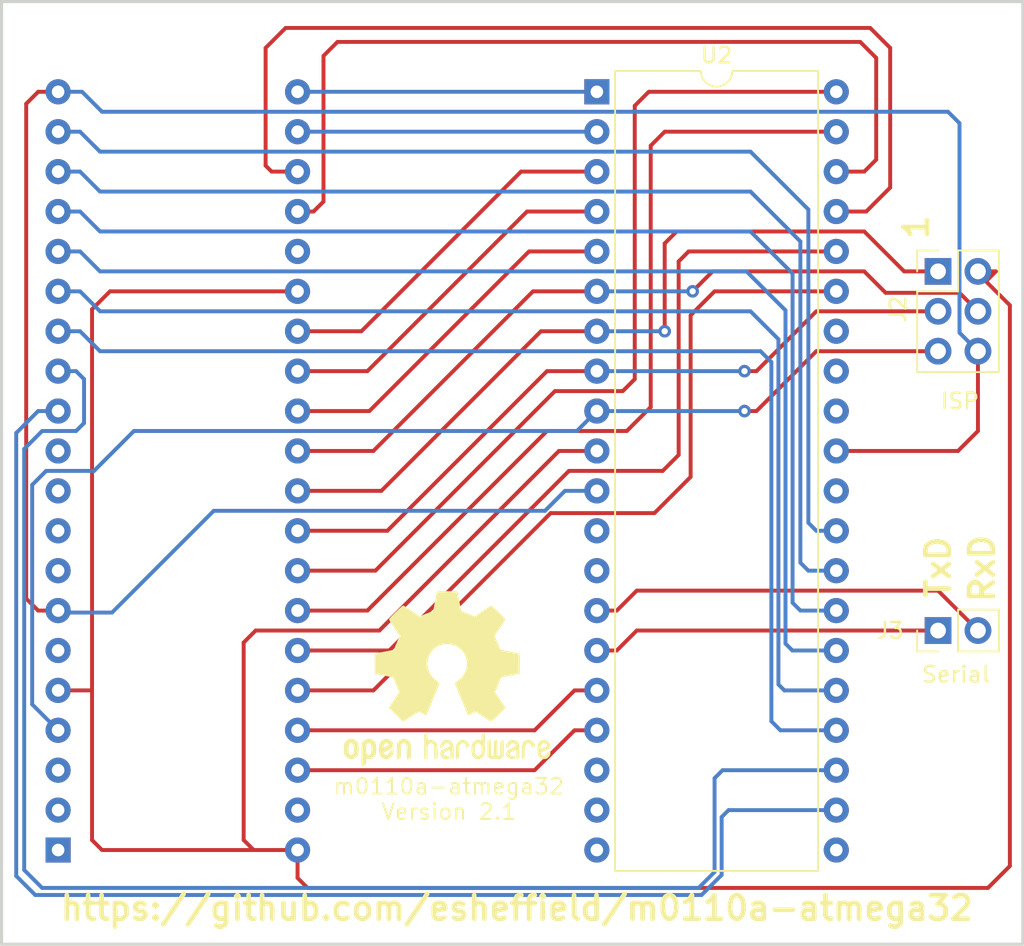
<source format=kicad_pcb>
(kicad_pcb (version 20221018) (generator pcbnew)
  (layers (0 "F.Cu" signal) (31 "B.Cu" signal) (34 "B.Paste" user) (35 "F.Paste" user) (36 "B.SilkS" user "B.Silkscreen") (37 "F.SilkS" user "F.Silkscreen") (38 "B.Mask" user) (39 "F.Mask" user) (44 "Edge.Cuts" user))
  (net 0 "")
  (net 1 "GNDREF")
  (net 5 "RESET")
  (net 6 "+5V")
  (net 12 "/COL7")
  (net 13 "/COL6")
  (net 14 "/COL5")
  (net 15 "/COL4")
  (net 16 "/COL3")
  (net 17 "/COL2")
  (net 18 "/COL1")
  (net 19 "/COL0")
  (net 20 "/ROW0")
  (net 21 "/ROW1")
  (net 22 "/SHIFT")
  (net 23 "/LOCK")
  (net 25 "/ROW2")
  (net 26 "/ROW3")
  (net 27 "/ROW4")
  (net 28 "/ROW5")
  (net 29 "/ROW6")
  (net 30 "/ROW7")
  (net 31 "/ROW8")
  (net 32 "/ROW9")
  (net 33 "/OPT")
  (net 34 "/CMD")
  (net 35 "/KB_CLK")
  (net 36 "/KB_DATA")
  (net 38 "/TXD")
  (net 39 "/RXD")
  (footprint "Package_DIP:DIP-40_W15.24mm" (layer "F.Cu") (at 127.889 70.231)
    (fp_text reference "U2" (at 7.62 -2.33) (layer "F.SilkS"))
    (fp_text value "ATmega32A-M")
    (pad "1" thru_hole rect (at 0 0) (size 1.6 1.6) (drill 0.8) (layers "*.Cu" "*.Mask") (net 20 "/ROW0"))
    (pad "2" thru_hole oval (at 0 2.54) (size 1.6 1.6) (drill 0.8) (layers "*.Cu" "*.Mask") (net 21 "/ROW1"))
    (pad "3" thru_hole oval (at 0 5.08) (size 1.6 1.6) (drill 0.8) (layers "*.Cu" "*.Mask") (net 25 "/ROW2"))
    (pad "4" thru_hole oval (at 0 7.62) (size 1.6 1.6) (drill 0.8) (layers "*.Cu" "*.Mask") (net 26 "/ROW3"))
    (pad "5" thru_hole oval (at 0 10.16) (size 1.6 1.6) (drill 0.8) (layers "*.Cu" "*.Mask") (net 27 "/ROW4"))
    (pad "6" thru_hole oval (at 0 12.7) (size 1.6 1.6) (drill 0.8) (layers "*.Cu" "*.Mask") (net 28 "/ROW5"))
    (pad "7" thru_hole oval (at 0 15.24) (size 1.6 1.6) (drill 0.8) (layers "*.Cu" "*.Mask") (net 29 "/ROW6"))
    (pad "8" thru_hole oval (at 0 17.78) (size 1.6 1.6) (drill 0.8) (layers "*.Cu" "*.Mask") (net 30 "/ROW7"))
    (pad "9" thru_hole oval (at 0 20.32) (size 1.6 1.6) (drill 0.8) (layers "*.Cu" "*.Mask") (net 5 "RESET"))
    (pad "10" thru_hole oval (at 0 22.86) (size 1.6 1.6) (drill 0.8) (layers "*.Cu" "*.Mask") (net 6 "+5V"))
    (pad "11" thru_hole oval (at 0 25.4) (size 1.6 1.6) (drill 0.8) (layers "*.Cu" "*.Mask") (net 1 "GNDREF"))
    (pad "12" thru_hole oval (at 0 27.94) (size 1.6 1.6) (drill 0.8) (layers "*.Cu" "*.Mask"))
    (pad "13" thru_hole oval (at 0 30.48) (size 1.6 1.6) (drill 0.8) (layers "*.Cu" "*.Mask"))
    (pad "14" thru_hole oval (at 0 33.02) (size 1.6 1.6) (drill 0.8) (layers "*.Cu" "*.Mask") (net 39 "/RXD"))
    (pad "15" thru_hole oval (at 0 35.56) (size 1.6 1.6) (drill 0.8) (layers "*.Cu" "*.Mask") (net 38 "/TXD"))
    (pad "16" thru_hole oval (at 0 38.1) (size 1.6 1.6) (drill 0.8) (layers "*.Cu" "*.Mask") (net 35 "/KB_CLK"))
    (pad "17" thru_hole oval (at 0 40.64) (size 1.6 1.6) (drill 0.8) (layers "*.Cu" "*.Mask") (net 36 "/KB_DATA"))
    (pad "18" thru_hole oval (at 0 43.18) (size 1.6 1.6) (drill 0.8) (layers "*.Cu" "*.Mask"))
    (pad "19" thru_hole oval (at 0 45.72) (size 1.6 1.6) (drill 0.8) (layers "*.Cu" "*.Mask"))
    (pad "20" thru_hole oval (at 0 48.26) (size 1.6 1.6) (drill 0.8) (layers "*.Cu" "*.Mask"))
    (pad "21" thru_hole oval (at 15.24 48.26) (size 1.6 1.6) (drill 0.8) (layers "*.Cu" "*.Mask"))
    (pad "22" thru_hole oval (at 15.24 45.72) (size 1.6 1.6) (drill 0.8) (layers "*.Cu" "*.Mask") (net 12 "/COL7"))
    (pad "23" thru_hole oval (at 15.24 43.18) (size 1.6 1.6) (drill 0.8) (layers "*.Cu" "*.Mask") (net 13 "/COL6"))
    (pad "24" thru_hole oval (at 15.24 40.64) (size 1.6 1.6) (drill 0.8) (layers "*.Cu" "*.Mask") (net 14 "/COL5"))
    (pad "25" thru_hole oval (at 15.24 38.1) (size 1.6 1.6) (drill 0.8) (layers "*.Cu" "*.Mask") (net 15 "/COL4"))
    (pad "26" thru_hole oval (at 15.24 35.56) (size 1.6 1.6) (drill 0.8) (layers "*.Cu" "*.Mask") (net 16 "/COL3"))
    (pad "27" thru_hole oval (at 15.24 33.02) (size 1.6 1.6) (drill 0.8) (layers "*.Cu" "*.Mask") (net 17 "/COL2"))
    (pad "28" thru_hole oval (at 15.24 30.48) (size 1.6 1.6) (drill 0.8) (layers "*.Cu" "*.Mask") (net 18 "/COL1"))
    (pad "29" thru_hole oval (at 15.24 27.94) (size 1.6 1.6) (drill 0.8) (layers "*.Cu" "*.Mask") (net 19 "/COL0"))
    (pad "30" thru_hole oval (at 15.24 25.4) (size 1.6 1.6) (drill 0.8) (layers "*.Cu" "*.Mask"))
    (pad "31" thru_hole oval (at 15.24 22.86) (size 1.6 1.6) (drill 0.8) (layers "*.Cu" "*.Mask") (net 1 "GNDREF"))
    (pad "32" thru_hole oval (at 15.24 20.32) (size 1.6 1.6) (drill 0.8) (layers "*.Cu" "*.Mask"))
    (pad "33" thru_hole oval (at 15.24 17.78) (size 1.6 1.6) (drill 0.8) (layers "*.Cu" "*.Mask"))
    (pad "34" thru_hole oval (at 15.24 15.24) (size 1.6 1.6) (drill 0.8) (layers "*.Cu" "*.Mask"))
    (pad "35" thru_hole oval (at 15.24 12.7) (size 1.6 1.6) (drill 0.8) (layers "*.Cu" "*.Mask") (net 34 "/CMD"))
    (pad "36" thru_hole oval (at 15.24 10.16) (size 1.6 1.6) (drill 0.8) (layers "*.Cu" "*.Mask") (net 33 "/OPT"))
    (pad "37" thru_hole oval (at 15.24 7.62) (size 1.6 1.6) (drill 0.8) (layers "*.Cu" "*.Mask") (net 22 "/SHIFT"))
    (pad "38" thru_hole oval (at 15.24 5.08) (size 1.6 1.6) (drill 0.8) (layers "*.Cu" "*.Mask") (net 23 "/LOCK"))
    (pad "39" thru_hole oval (at 15.24 2.54) (size 1.6 1.6) (drill 0.8) (layers "*.Cu" "*.Mask") (net 32 "/ROW9"))
    (pad "40" thru_hole oval (at 15.24 0) (size 1.6 1.6) (drill 0.8) (layers "*.Cu" "*.Mask") (net 31 "/ROW8"))
  )
  (footprint "Connector_PinHeader_2.54mm:PinHeader_2x03_P2.54mm_Vertical" (layer "F.Cu") (at 149.606 81.661)
    (fp_text reference "J2" (at -2.54 2.413 90) (layer "F.SilkS"))
    (fp_text value "ISP" (at 1.397 8.255) (layer "F.SilkS"))
    (pad "1" thru_hole rect (at 0 0) (size 1.7 1.7) (drill 1) (layers "*.Cu" "*.Mask") (net 29 "/ROW6"))
    (pad "2" thru_hole oval (at 2.54 0) (size 1.7 1.7) (drill 1) (layers "*.Cu" "*.Mask") (net 6 "+5V"))
    (pad "3" thru_hole oval (at 0 2.54) (size 1.7 1.7) (drill 1) (layers "*.Cu" "*.Mask") (net 30 "/ROW7"))
    (pad "4" thru_hole oval (at 2.54 2.54) (size 1.7 1.7) (drill 1) (layers "*.Cu" "*.Mask") (net 28 "/ROW5"))
    (pad "5" thru_hole oval (at 0 5.08) (size 1.7 1.7) (drill 1) (layers "*.Cu" "*.Mask") (net 5 "RESET"))
    (pad "6" thru_hole oval (at 2.54 5.08) (size 1.7 1.7) (drill 1) (layers "*.Cu" "*.Mask") (net 1 "GNDREF"))
  )
  (footprint "Symbol:OSHW-Logo2_14.6x12mm_SilkScreen" (layer "F.Cu") (at 118.364 107.569)
    (fp_text reference "REF**" hide)
    (fp_text value "OSHW-Logo2_14.6x12mm_SilkScreen" hide)
  )
  (footprint "Connector_PinHeader_2.54mm:PinHeader_1x02_P2.54mm_Vertical" (layer "F.Cu") (at 149.606 104.521 90)
    (fp_text reference "J3" (at 0 -3.048 180) (layer "F.SilkS"))
    (fp_text value "Serial" (at -2.794 1.143 180) (layer "F.SilkS"))
    (pad "1" thru_hole rect (at 0 0 90) (size 1.7 1.7) (drill 1) (layers "*.Cu" "*.Mask") (net 38 "/TXD"))
    (pad "2" thru_hole oval (at 0 2.54 90) (size 1.7 1.7) (drill 1) (layers "*.Cu" "*.Mask") (net 39 "/RXD"))
  )
  (footprint "m0110a:Header_2.54_W15.24mm" (layer "B.Cu") (at 93.599 118.491)
    (fp_text reference "J1" hide)
    (fp_text value "Conn_01x40_Pin")
    (pad "1" thru_hole rect (at 0 0) (size 1.6 1.6) (drill 0.8) (layers "*.Cu" "*.Mask"))
    (pad "2" thru_hole oval (at 0 -2.54) (size 1.6 1.6) (drill 0.8) (layers "*.Cu" "*.Mask"))
    (pad "3" thru_hole oval (at 0 -5.08) (size 1.6 1.6) (drill 0.8) (layers "*.Cu" "*.Mask"))
    (pad "4" thru_hole oval (at 0 -7.62) (size 1.6 1.6) (drill 0.8) (layers "*.Cu" "*.Mask") (net 5 "RESET"))
    (pad "5" thru_hole oval (at 0 -10.16) (size 1.6 1.6) (drill 0.8) (layers "*.Cu" "*.Mask") (net 6 "+5V"))
    (pad "6" thru_hole oval (at 0 -12.7) (size 1.6 1.6) (drill 0.8) (layers "*.Cu" "*.Mask"))
    (pad "7" thru_hole oval (at 0 -15.24) (size 1.6 1.6) (drill 0.8) (layers "*.Cu" "*.Mask") (net 1 "GNDREF"))
    (pad "8" thru_hole oval (at 0 -17.78) (size 1.6 1.6) (drill 0.8) (layers "*.Cu" "*.Mask"))
    (pad "9" thru_hole oval (at 0 -20.32) (size 1.6 1.6) (drill 0.8) (layers "*.Cu" "*.Mask"))
    (pad "10" thru_hole oval (at 0 -22.86) (size 1.6 1.6) (drill 0.8) (layers "*.Cu" "*.Mask"))
    (pad "11" thru_hole oval (at 0 -25.4) (size 1.6 1.6) (drill 0.8) (layers "*.Cu" "*.Mask"))
    (pad "12" thru_hole oval (at 0 -27.94) (size 1.6 1.6) (drill 0.8) (layers "*.Cu" "*.Mask") (net 12 "/COL7"))
    (pad "13" thru_hole oval (at 0 -30.48) (size 1.6 1.6) (drill 0.8) (layers "*.Cu" "*.Mask") (net 13 "/COL6"))
    (pad "14" thru_hole oval (at 0 -33.02) (size 1.6 1.6) (drill 0.8) (layers "*.Cu" "*.Mask") (net 14 "/COL5"))
    (pad "15" thru_hole oval (at 0 -35.56) (size 1.6 1.6) (drill 0.8) (layers "*.Cu" "*.Mask") (net 15 "/COL4"))
    (pad "16" thru_hole oval (at 0 -38.1) (size 1.6 1.6) (drill 0.8) (layers "*.Cu" "*.Mask") (net 16 "/COL3"))
    (pad "17" thru_hole oval (at 0 -40.64) (size 1.6 1.6) (drill 0.8) (layers "*.Cu" "*.Mask") (net 17 "/COL2"))
    (pad "18" thru_hole oval (at 0 -43.18) (size 1.6 1.6) (drill 0.8) (layers "*.Cu" "*.Mask") (net 18 "/COL1"))
    (pad "19" thru_hole oval (at 0 -45.72) (size 1.6 1.6) (drill 0.8) (layers "*.Cu" "*.Mask") (net 19 "/COL0"))
    (pad "20" thru_hole oval (at 0 -48.26) (size 1.6 1.6) (drill 0.8) (layers "*.Cu" "*.Mask") (net 1 "GNDREF"))
    (pad "21" thru_hole oval (at 15.24 -48.26) (size 1.6 1.6) (drill 0.8) (layers "*.Cu" "*.Mask") (net 20 "/ROW0"))
    (pad "22" thru_hole oval (at 15.24 -45.72) (size 1.6 1.6) (drill 0.8) (layers "*.Cu" "*.Mask") (net 21 "/ROW1"))
    (pad "23" thru_hole oval (at 15.24 -43.18) (size 1.6 1.6) (drill 0.8) (layers "*.Cu" "*.Mask") (net 22 "/SHIFT"))
    (pad "24" thru_hole oval (at 15.24 -40.64) (size 1.6 1.6) (drill 0.8) (layers "*.Cu" "*.Mask") (net 23 "/LOCK"))
    (pad "25" thru_hole oval (at 15.24 -38.1) (size 1.6 1.6) (drill 0.8) (layers "*.Cu" "*.Mask"))
    (pad "26" thru_hole oval (at 15.24 -35.56) (size 1.6 1.6) (drill 0.8) (layers "*.Cu" "*.Mask") (net 6 "+5V"))
    (pad "27" thru_hole oval (at 15.24 -33.02) (size 1.6 1.6) (drill 0.8) (layers "*.Cu" "*.Mask") (net 25 "/ROW2"))
    (pad "28" thru_hole oval (at 15.24 -30.48) (size 1.6 1.6) (drill 0.8) (layers "*.Cu" "*.Mask") (net 26 "/ROW3"))
    (pad "29" thru_hole oval (at 15.24 -27.94) (size 1.6 1.6) (drill 0.8) (layers "*.Cu" "*.Mask") (net 27 "/ROW4"))
    (pad "30" thru_hole oval (at 15.24 -25.4) (size 1.6 1.6) (drill 0.8) (layers "*.Cu" "*.Mask") (net 28 "/ROW5"))
    (pad "31" thru_hole oval (at 15.24 -22.86) (size 1.6 1.6) (drill 0.8) (layers "*.Cu" "*.Mask") (net 29 "/ROW6"))
    (pad "32" thru_hole oval (at 15.24 -20.32) (size 1.6 1.6) (drill 0.8) (layers "*.Cu" "*.Mask") (net 30 "/ROW7"))
    (pad "33" thru_hole oval (at 15.24 -17.78) (size 1.6 1.6) (drill 0.8) (layers "*.Cu" "*.Mask") (net 31 "/ROW8"))
    (pad "34" thru_hole oval (at 15.24 -15.24) (size 1.6 1.6) (drill 0.8) (layers "*.Cu" "*.Mask") (net 32 "/ROW9"))
    (pad "35" thru_hole oval (at 15.24 -12.7) (size 1.6 1.6) (drill 0.8) (layers "*.Cu" "*.Mask") (net 33 "/OPT"))
    (pad "36" thru_hole oval (at 15.24 -10.16) (size 1.6 1.6) (drill 0.8) (layers "*.Cu" "*.Mask") (net 34 "/CMD"))
    (pad "37" thru_hole oval (at 15.24 -7.62) (size 1.6 1.6) (drill 0.8) (layers "*.Cu" "*.Mask") (net 35 "/KB_CLK"))
    (pad "38" thru_hole oval (at 15.24 -5.08) (size 1.6 1.6) (drill 0.8) (layers "*.Cu" "*.Mask") (net 36 "/KB_DATA"))
    (pad "39" thru_hole oval (at 15.24 -2.54) (size 1.6 1.6) (drill 0.8) (layers "*.Cu" "*.Mask"))
    (pad "40" thru_hole oval (at 15.24 0) (size 1.6 1.6) (drill 0.8) (layers "*.Cu" "*.Mask") (net 6 "+5V"))
  )
  (gr_rect (start 90 64.488) (end 155 124.488) (stroke (width 0.2)) (fill none) (layer "Edge.Cuts"))
  (gr_text "1" (at 149.098 79.756 90) (layer "F.SilkS") (effects (font (size 1.5 1.5) (thickness 0.3) bold) (justify left bottom)))
  (gr_text "TxD" (at 150.495 102.616 90) (layer "F.SilkS") (effects (font (size 1.5 1.5) (thickness 0.3) bold) (justify left bottom)))
  (gr_text "https://github.com/esheffield/m0110a-atmega32" (at 93.599 123.063) (layer "F.SilkS") (effects (font (size 1.5 1.5) (thickness 0.3) bold) (justify left bottom)))
  (gr_text "m0110a-atmega32\nVersion 2.1" (at 118.4656 116.6368) (layer "F.SilkS") (effects (font (size 1 1) (thickness 0.125)) (justify bottom)))
  (gr_text "RxD" (at 153.289 102.87 90) (layer "F.SilkS") (effects (font (size 1.5 1.5) (thickness 0.3) bold) (justify left bottom)))
  (segment (start 93.599 70.231) (end 92.329 70.231) (width 0.25) (layer "F.Cu") (net 1))
  (segment (start 150.876 93.091) (end 152.146 91.821) (width 0.25) (layer "F.Cu") (net 1))
  (segment (start 152.146 91.821) (end 152.146 86.741) (width 0.25) (layer "F.Cu") (net 1))
  (segment (start 91.567 102.489) (end 92.329 103.251) (width 0.25) (layer "F.Cu") (net 1))
  (segment (start 92.329 103.251) (end 93.599 103.251) (width 0.25) (layer "F.Cu") (net 1))
  (segment (start 92.329 70.231) (end 91.567 70.993) (width 0.25) (layer "F.Cu") (net 1))
  (segment (start 91.567 70.993) (end 91.567 102.489) (width 0.25) (layer "F.Cu") (net 1))
  (segment (start 143.129 93.091) (end 150.876 93.091) (width 0.25) (layer "F.Cu") (net 1))
  (segment (start 150.971 85.566) (end 152.146 86.741) (width 0.25) (layer "B.Cu") (net 1))
  (segment (start 150.971 72.231) (end 150.971 85.566) (width 0.25) (layer "B.Cu") (net 1))
  (segment (start 93.599 103.251) (end 93.726 103.378) (width 0.25) (layer "B.Cu") (net 1))
  (segment (start 150.241 71.501) (end 150.971 72.231) (width 0.25) (layer "B.Cu") (net 1))
  (segment (start 97.028 103.378) (end 103.505 96.901) (width 0.25) (layer "B.Cu") (net 1))
  (segment (start 124.587 96.901) (end 125.857 95.631) (width 0.25) (layer "B.Cu") (net 1))
  (segment (start 95.123 70.231) (end 96.393 71.501) (width 0.25) (layer "B.Cu") (net 1))
  (segment (start 93.726 103.378) (end 97.028 103.378) (width 0.25) (layer "B.Cu") (net 1))
  (segment (start 103.505 96.901) (end 124.587 96.901) (width 0.25) (layer "B.Cu") (net 1))
  (segment (start 125.857 95.631) (end 127.889 95.631) (width 0.25) (layer "B.Cu") (net 1))
  (segment (start 96.393 71.501) (end 150.241 71.501) (width 0.25) (layer "B.Cu") (net 1))
  (segment (start 93.599 70.231) (end 95.123 70.231) (width 0.25) (layer "B.Cu") (net 1))
  (segment (start 138.049 90.551) (end 141.859 86.741) (width 0.25) (layer "F.Cu") (net 5))
  (segment (start 141.859 86.741) (end 149.606 86.741) (width 0.25) (layer "F.Cu") (net 5))
  (segment (start 137.287 90.551) (end 138.049 90.551) (width 0.25) (layer "F.Cu") (net 5))
  (via (at 137.287 90.551) (size 0.8) (drill 0.4) (layers "F.Cu" "B.Cu") (net 5))
  (segment (start 93.599 110.871) (end 91.948 109.22) (width 0.25) (layer "B.Cu") (net 5))
  (segment (start 127.889 90.551) (end 137.287 90.551) (width 0.25) (layer "B.Cu") (net 5))
  (segment (start 91.948 95.25) (end 92.837 94.361) (width 0.25) (layer "B.Cu") (net 5))
  (segment (start 91.948 109.22) (end 91.948 95.25) (width 0.25) (layer "B.Cu") (net 5))
  (segment (start 126.619 91.821) (end 127.889 90.551) (width 0.25) (layer "B.Cu") (net 5))
  (segment (start 92.837 94.361) (end 95.885 94.361) (width 0.25) (layer "B.Cu") (net 5))
  (segment (start 95.885 94.361) (end 98.425 91.821) (width 0.25) (layer "B.Cu") (net 5))
  (segment (start 98.425 91.821) (end 126.619 91.821) (width 0.25) (layer "B.Cu") (net 5))
  (segment (start 96.393 118.491) (end 95.758 117.856) (width 0.25) (layer "F.Cu") (net 6))
  (segment (start 154.178 119.507) (end 152.781 120.904) (width 0.25) (layer "F.Cu") (net 6))
  (segment (start 114.046 104.521) (end 106.172 104.521) (width 0.25) (layer "F.Cu") (net 6))
  (segment (start 95.758 84.074) (end 95.758 108.331) (width 0.25) (layer "F.Cu") (net 6))
  (segment (start 153.289 81.661) (end 152.654 82.296) (width 0.25) (layer "F.Cu") (net 6))
  (segment (start 125.476 93.091) (end 114.046 104.521) (width 0.25) (layer "F.Cu") (net 6))
  (segment (start 105.41 117.856) (end 106.045 118.491) (width 0.25) (layer "F.Cu") (net 6))
  (segment (start 109.474 120.904) (end 108.839 120.269) (width 0.25) (layer "F.Cu") (net 6))
  (segment (start 108.839 120.269) (end 108.839 118.491) (width 0.25) (layer "F.Cu") (net 6))
  (segment (start 95.758 117.856) (end 95.758 108.331) (width 0.25) (layer "F.Cu") (net 6))
  (segment (start 95.758 108.331) (end 93.599 108.331) (width 0.25) (layer "F.Cu") (net 6))
  (segment (start 106.045 118.491) (end 108.839 118.491) (width 0.25) (layer "F.Cu") (net 6))
  (segment (start 152.146 81.661) (end 153.289 81.661) (width 0.25) (layer "F.Cu") (net 6))
  (segment (start 152.654 82.296) (end 154.178 83.82) (width 0.25) (layer "F.Cu") (net 6))
  (segment (start 108.839 82.931) (end 96.901 82.931) (width 0.25) (layer "F.Cu") (net 6))
  (segment (start 96.901 82.931) (end 95.758 84.074) (width 0.25) (layer "F.Cu") (net 6))
  (segment (start 106.045 118.491) (end 96.393 118.491) (width 0.25) (layer "F.Cu") (net 6))
  (segment (start 154.178 83.82) (end 154.178 119.507) (width 0.25) (layer "F.Cu") (net 6))
  (segment (start 152.781 120.904) (end 109.474 120.904) (width 0.25) (layer "F.Cu") (net 6))
  (segment (start 105.41 105.283) (end 105.41 117.856) (width 0.25) (layer "F.Cu") (net 6))
  (segment (start 106.172 104.521) (end 105.41 105.283) (width 0.25) (layer "F.Cu") (net 6))
  (segment (start 127.889 93.091) (end 125.476 93.091) (width 0.25) (layer "F.Cu") (net 6))
  (segment (start 92.144 121.354) (end 90.932 120.142) (width 0.25) (layer "B.Cu") (net 12))
  (segment (start 92.329 90.551) (end 93.599 90.551) (width 0.25) (layer "B.Cu") (net 12))
  (segment (start 134.552396 121.354) (end 92.144 121.354) (width 0.25) (layer "B.Cu") (net 12))
  (segment (start 143.129 115.951) (end 136.271 115.951) (width 0.25) (layer "B.Cu") (net 12))
  (segment (start 90.932 120.142) (end 90.932 91.948) (width 0.25) (layer "B.Cu") (net 12))
  (segment (start 135.832 116.39) (end 135.832 120.074396) (width 0.25) (layer "B.Cu") (net 12))
  (segment (start 136.271 115.951) (end 135.832 116.39) (width 0.25) (layer "B.Cu") (net 12))
  (segment (start 90.932 91.948) (end 92.329 90.551) (width 0.25) (layer "B.Cu") (net 12))
  (segment (start 135.832 120.074396) (end 134.552396 121.354) (width 0.25) (layer "B.Cu") (net 12))
  (segment (start 92.583 91.821) (end 94.742 91.821) (width 0.25) (layer "B.Cu") (net 13))
  (segment (start 135.382 119.888) (end 134.366 120.904) (width 0.25) (layer "B.Cu") (net 13))
  (segment (start 91.44 92.964) (end 92.583 91.821) (width 0.25) (layer "B.Cu") (net 13))
  (segment (start 91.44 119.761) (end 91.44 92.964) (width 0.25) (layer "B.Cu") (net 13))
  (segment (start 135.89 113.411) (end 135.382 113.919) (width 0.25) (layer "B.Cu") (net 13))
  (segment (start 143.129 113.411) (end 135.89 113.411) (width 0.25) (layer "B.Cu") (net 13))
  (segment (start 135.382 113.919) (end 135.382 119.888) (width 0.25) (layer "B.Cu") (net 13))
  (segment (start 94.742 91.821) (end 95.25 91.313) (width 0.25) (layer "B.Cu") (net 13))
  (segment (start 95.25 91.313) (end 95.25 88.519) (width 0.25) (layer "B.Cu") (net 13))
  (segment (start 92.583 120.904) (end 91.44 119.761) (width 0.25) (layer "B.Cu") (net 13))
  (segment (start 94.742 88.011) (end 93.599 88.011) (width 0.25) (layer "B.Cu") (net 13))
  (segment (start 134.366 120.904) (end 92.583 120.904) (width 0.25) (layer "B.Cu") (net 13))
  (segment (start 95.25 88.519) (end 94.742 88.011) (width 0.25) (layer "B.Cu") (net 13))
  (segment (start 94.996 85.471) (end 96.266 86.741) (width 0.25) (layer "B.Cu") (net 14))
  (segment (start 93.599 85.471) (end 94.996 85.471) (width 0.25) (layer "B.Cu") (net 14))
  (segment (start 138.996 110.294) (end 139.573 110.871) (width 0.25) (layer "B.Cu") (net 14))
  (segment (start 138.996 87.434) (end 138.996 110.294) (width 0.25) (layer "B.Cu") (net 14))
  (segment (start 139.573 110.871) (end 143.129 110.871) (width 0.25) (layer "B.Cu") (net 14))
  (segment (start 96.266 86.741) (end 138.303 86.741) (width 0.25) (layer "B.Cu") (net 14))
  (segment (start 138.303 86.741) (end 138.996 87.434) (width 0.25) (layer "B.Cu") (net 14))
  (segment (start 139.446 107.95) (end 139.446 85.979) (width 0.25) (layer "B.Cu") (net 15))
  (segment (start 96.266 84.201) (end 94.996 82.931) (width 0.25) (layer "B.Cu") (net 15))
  (segment (start 143.129 108.331) (end 139.827 108.331) (width 0.25) (layer "B.Cu") (net 15))
  (segment (start 139.446 85.979) (end 137.668 84.201) (width 0.25) (layer "B.Cu") (net 15))
  (segment (start 137.668 84.201) (end 96.266 84.201) (width 0.25) (layer "B.Cu") (net 15))
  (segment (start 94.996 82.931) (end 93.599 82.931) (width 0.25) (layer "B.Cu") (net 15))
  (segment (start 139.827 108.331) (end 139.446 107.95) (width 0.25) (layer "B.Cu") (net 15))
  (segment (start 94.996 80.391) (end 96.266 81.661) (width 0.25) (layer "B.Cu") (net 16))
  (segment (start 137.414 81.661) (end 139.896 84.143) (width 0.25) (layer "B.Cu") (net 16))
  (segment (start 93.599 80.391) (end 94.996 80.391) (width 0.25) (layer "B.Cu") (net 16))
  (segment (start 96.266 81.661) (end 137.414 81.661) (width 0.25) (layer "B.Cu") (net 16))
  (segment (start 140.335 105.791) (end 143.129 105.791) (width 0.25) (layer "B.Cu") (net 16))
  (segment (start 139.896 84.143) (end 139.896 105.352) (width 0.25) (layer "B.Cu") (net 16))
  (segment (start 139.896 105.352) (end 140.335 105.791) (width 0.25) (layer "B.Cu") (net 16))
  (segment (start 143.129 103.251) (end 140.843 103.251) (width 0.25) (layer "B.Cu") (net 17))
  (segment (start 96.266 79.121) (end 94.996 77.851) (width 0.25) (layer "B.Cu") (net 17))
  (segment (start 140.346 102.754) (end 140.346 81.799) (width 0.25) (layer "B.Cu") (net 17))
  (segment (start 140.843 103.251) (end 140.346 102.754) (width 0.25) (layer "B.Cu") (net 17))
  (segment (start 94.996 77.851) (end 93.599 77.851) (width 0.25) (layer "B.Cu") (net 17))
  (segment (start 137.668 79.121) (end 96.266 79.121) (width 0.25) (layer "B.Cu") (net 17))
  (segment (start 140.346 81.799) (end 137.668 79.121) (width 0.25) (layer "B.Cu") (net 17))
  (segment (start 94.996 75.311) (end 96.266 76.581) (width 0.25) (layer "B.Cu") (net 18))
  (segment (start 140.843 79.756) (end 140.843 100.203) (width 0.25) (layer "B.Cu") (net 18))
  (segment (start 141.351 100.711) (end 143.129 100.711) (width 0.25) (layer "B.Cu") (net 18))
  (segment (start 96.266 76.581) (end 137.668 76.581) (width 0.25) (layer "B.Cu") (net 18))
  (segment (start 93.599 75.311) (end 94.996 75.311) (width 0.25) (layer "B.Cu") (net 18))
  (segment (start 140.843 100.203) (end 141.351 100.711) (width 0.25) (layer "B.Cu") (net 18))
  (segment (start 137.668 76.581) (end 140.843 79.756) (width 0.25) (layer "B.Cu") (net 18))
  (segment (start 141.859 98.171) (end 143.129 98.171) (width 0.25) (layer "B.Cu") (net 19))
  (segment (start 94.996 72.771) (end 96.266 74.041) (width 0.25) (layer "B.Cu") (net 19))
  (segment (start 96.266 74.041) (end 137.668 74.041) (width 0.25) (layer "B.Cu") (net 19))
  (segment (start 141.351 97.663) (end 141.859 98.171) (width 0.25) (layer "B.Cu") (net 19))
  (segment (start 141.351 77.724) (end 141.351 97.663) (width 0.25) (layer "B.Cu") (net 19))
  (segment (start 93.599 72.771) (end 94.996 72.771) (width 0.25) (layer "B.Cu") (net 19))
  (segment (start 137.668 74.041) (end 141.351 77.724) (width 0.25) (layer "B.Cu") (net 19))
  (segment (start 108.839 70.231) (end 127.889 70.231) (width 0.25) (layer "B.Cu") (net 20))
  (segment (start 108.839 72.771) (end 127.889 72.771) (width 0.25) (layer "B.Cu") (net 21))
  (segment (start 107.188 75.311) (end 106.807 74.93) (width 0.25) (layer "F.Cu") (net 22))
  (segment (start 108.839 75.311) (end 107.188 75.311) (width 0.25) (layer "F.Cu") (net 22))
  (segment (start 145.288 66.167) (end 146.558 67.437) (width 0.25) (layer "F.Cu") (net 22))
  (segment (start 145.034 77.851) (end 143.129 77.851) (width 0.25) (layer "F.Cu") (net 22))
  (segment (start 108.077 66.167) (end 145.288 66.167) (width 0.25) (layer "F.Cu") (net 22))
  (segment (start 106.807 67.437) (end 108.077 66.167) (width 0.25) (layer "F.Cu") (net 22))
  (segment (start 146.558 67.437) (end 146.558 76.327) (width 0.25) (layer "F.Cu") (net 22))
  (segment (start 106.807 74.93) (end 106.807 67.437) (width 0.25) (layer "F.Cu") (net 22))
  (segment (start 146.558 76.327) (end 145.034 77.851) (width 0.25) (layer "F.Cu") (net 22))
  (segment (start 109.855 77.851) (end 110.49 77.216) (width 0.25) (layer "F.Cu") (net 23))
  (segment (start 145.669 68.072) (end 145.669 74.549) (width 0.25) (layer "F.Cu") (net 23))
  (segment (start 108.839 77.851) (end 109.855 77.851) (width 0.25) (layer "F.Cu") (net 23))
  (segment (start 144.907 75.311) (end 143.129 75.311) (width 0.25) (layer "F.Cu") (net 23))
  (segment (start 110.49 77.216) (end 110.49 67.945) (width 0.25) (layer "F.Cu") (net 23))
  (segment (start 145.669 74.549) (end 144.907 75.311) (width 0.25) (layer "F.Cu") (net 23))
  (segment (start 111.379 67.056) (end 144.653 67.056) (width 0.25) (layer "F.Cu") (net 23))
  (segment (start 110.49 67.945) (end 111.379 67.056) (width 0.25) (layer "F.Cu") (net 23))
  (segment (start 144.653 67.056) (end 145.669 68.072) (width 0.25) (layer "F.Cu") (net 23))
  (segment (start 123.063 75.311) (end 127.889 75.311) (width 0.25) (layer "F.Cu") (net 25))
  (segment (start 112.903 85.471) (end 123.063 75.311) (width 0.25) (layer "F.Cu") (net 25))
  (segment (start 108.839 85.471) (end 112.903 85.471) (width 0.25) (layer "F.Cu") (net 25))
  (segment (start 123.444 77.851) (end 127.889 77.851) (width 0.25) (layer "F.Cu") (net 26))
  (segment (start 113.284 88.011) (end 123.444 77.851) (width 0.25) (layer "F.Cu") (net 26))
  (segment (start 108.839 88.011) (end 113.284 88.011) (width 0.25) (layer "F.Cu") (net 26))
  (segment (start 113.411 90.551) (end 123.571 80.391) (width 0.25) (layer "F.Cu") (net 27))
  (segment (start 123.571 80.391) (end 127.889 80.391) (width 0.25) (layer "F.Cu") (net 27))
  (segment (start 108.839 90.551) (end 113.411 90.551) (width 0.25) (layer "F.Cu") (net 27))
  (segment (start 146.272 83.026) (end 150.971 83.026) (width 0.25) (layer "F.Cu") (net 28))
  (segment (start 113.665 93.091) (end 123.825 82.931) (width 0.25) (layer "F.Cu") (net 28))
  (segment (start 108.839 93.091) (end 113.665 93.091) (width 0.25) (layer "F.Cu") (net 28))
  (segment (start 133.985 82.931) (end 135.255 81.661) (width 0.25) (layer "F.Cu") (net 28))
  (segment (start 135.255 81.661) (end 144.907 81.661) (width 0.25) (layer "F.Cu") (net 28))
  (segment (start 123.825 82.931) (end 127.889 82.931) (width 0.25) (layer "F.Cu") (net 28))
  (segment (start 150.971 83.026) (end 152.146 84.201) (width 0.25) (layer "F.Cu") (net 28))
  (segment (start 144.907 81.661) (end 146.272 83.026) (width 0.25) (layer "F.Cu") (net 28))
  (via (at 133.985 82.931) (size 0.8) (drill 0.4) (layers "F.Cu" "B.Cu") (net 28))
  (segment (start 127.889 82.931) (end 133.985 82.931) (width 0.25) (layer "B.Cu") (net 28))
  (segment (start 124.333 85.471) (end 127.889 85.471) (width 0.25) (layer "F.Cu") (net 29))
  (segment (start 147.447 81.661) (end 149.606 81.661) (width 0.25) (layer "F.Cu") (net 29))
  (segment (start 108.839 95.631) (end 114.173 95.631) (width 0.25) (layer "F.Cu") (net 29))
  (segment (start 114.173 95.631) (end 124.333 85.471) (width 0.25) (layer "F.Cu") (net 29))
  (segment (start 144.907 79.121) (end 147.447 81.661) (width 0.25) (layer "F.Cu") (net 29))
  (segment (start 132.969 79.121) (end 144.907 79.121) (width 0.25) (layer "F.Cu") (net 29))
  (segment (start 132.207 85.471) (end 132.207 79.883) (width 0.25) (layer "F.Cu") (net 29))
  (segment (start 132.207 79.883) (end 132.969 79.121) (width 0.25) (layer "F.Cu") (net 29))
  (via (at 132.207 85.471) (size 0.8) (drill 0.4) (layers "F.Cu" "B.Cu") (net 29))
  (segment (start 132.207 85.471) (end 127.889 85.471) (width 0.25) (layer "B.Cu") (net 29))
  (segment (start 138.049 88.011) (end 141.859 84.201) (width 0.25) (layer "F.Cu") (net 30))
  (segment (start 108.839 98.171) (end 114.554 98.171) (width 0.25) (layer "F.Cu") (net 30))
  (segment (start 124.714 88.011) (end 127.889 88.011) (width 0.25) (layer "F.Cu") (net 30))
  (segment (start 141.859 84.201) (end 149.606 84.201) (width 0.25) (layer "F.Cu") (net 30))
  (segment (start 137.287 88.011) (end 138.049 88.011) (width 0.25) (layer "F.Cu") (net 30))
  (segment (start 114.554 98.171) (end 124.714 88.011) (width 0.25) (layer "F.Cu") (net 30))
  (via (at 137.287 88.011) (size 0.8) (drill 0.4) (layers "F.Cu" "B.Cu") (net 30))
  (segment (start 127.889 88.011) (end 137.287 88.011) (width 0.25) (layer "B.Cu") (net 30))
  (segment (start 113.792 100.711) (end 125.222 89.281) (width 0.25) (layer "F.Cu") (net 31))
  (segment (start 129.54 89.281) (end 130.302 88.519) (width 0.25) (layer "F.Cu") (net 31))
  (segment (start 125.222 89.281) (end 129.54 89.281) (width 0.25) (layer "F.Cu") (net 31))
  (segment (start 130.302 88.519) (end 130.302 71.12) (width 0.25) (layer "F.Cu") (net 31))
  (segment (start 108.839 100.711) (end 113.792 100.711) (width 0.25) (layer "F.Cu") (net 31))
  (segment (start 131.191 70.231) (end 143.129 70.231) (width 0.25) (layer "F.Cu") (net 31))
  (segment (start 130.302 71.12) (end 131.191 70.231) (width 0.25) (layer "F.Cu") (net 31))
  (segment (start 113.284 103.251) (end 124.714 91.821) (width 0.25) (layer "F.Cu") (net 32))
  (segment (start 131.318 90.297) (end 131.318 73.66) (width 0.25) (layer "F.Cu") (net 32))
  (segment (start 108.839 103.251) (end 113.284 103.251) (width 0.25) (layer "F.Cu") (net 32))
  (segment (start 131.318 73.66) (end 132.207 72.771) (width 0.25) (layer "F.Cu") (net 32))
  (segment (start 132.207 72.771) (end 143.129 72.771) (width 0.25) (layer "F.Cu") (net 32))
  (segment (start 124.714 91.821) (end 129.794 91.821) (width 0.25) (layer "F.Cu") (net 32))
  (segment (start 129.794 91.821) (end 131.318 90.297) (width 0.25) (layer "F.Cu") (net 32))
  (segment (start 143.129 80.391) (end 133.731 80.391) (width 0.25) (layer "F.Cu") (net 33))
  (segment (start 133.731 80.391) (end 133.096 81.026) (width 0.25) (layer "F.Cu") (net 33))
  (segment (start 114.681 105.791) (end 108.839 105.791) (width 0.25) (layer "F.Cu") (net 33))
  (segment (start 133.096 81.026) (end 133.096 93.345) (width 0.25) (layer "F.Cu") (net 33))
  (segment (start 126.111 94.361) (end 114.681 105.791) (width 0.25) (layer "F.Cu") (net 33))
  (segment (start 133.096 93.345) (end 132.08 94.361) (width 0.25) (layer "F.Cu") (net 33))
  (segment (start 132.08 94.361) (end 126.111 94.361) (width 0.25) (layer "F.Cu") (net 33))
  (segment (start 133.858 84.455) (end 133.858 94.742) (width 0.25) (layer "F.Cu") (net 34))
  (segment (start 131.554 97.046) (end 124.95 97.046) (width 0.25) (layer "F.Cu") (net 34))
  (segment (start 124.95 97.046) (end 113.665 108.331) (width 0.25) (layer "F.Cu") (net 34))
  (segment (start 133.858 94.742) (end 131.554 97.046) (width 0.25) (layer "F.Cu") (net 34))
  (segment (start 143.129 82.931) (end 135.382 82.931) (width 0.25) (layer "F.Cu") (net 34))
  (segment (start 113.665 108.331) (end 108.839 108.331) (width 0.25) (layer "F.Cu") (net 34))
  (segment (start 135.382 82.931) (end 133.858 84.455) (width 0.25) (layer "F.Cu") (net 34))
  (segment (start 126.4666 108.331) (end 127.889 108.331) (width 0.25) (layer "F.Cu") (net 35))
  (segment (start 123.9266 110.871) (end 126.4666 108.331) (width 0.25) (layer "F.Cu") (net 35))
  (segment (start 108.839 110.871) (end 123.9266 110.871) (width 0.25) (layer "F.Cu") (net 35))
  (segment (start 127.762 108.458) (end 127.889 108.331) (width 0.25) (layer "B.Cu") (net 35))
  (segment (start 126.4666 110.871) (end 123.9266 113.411) (width 0.25) (layer "F.Cu") (net 36))
  (segment (start 123.9266 113.411) (end 108.839 113.411) (width 0.25) (layer "F.Cu") (net 36))
  (segment (start 127.889 110.871) (end 126.4666 110.871) (width 0.25) (layer "F.Cu") (net 36))
  (segment (start 130.429 104.521) (end 149.606 104.521) (width 0.25) (layer "F.Cu") (net 38))
  (segment (start 127.889 105.791) (end 129.159 105.791) (width 0.25) (layer "F.Cu") (net 38))
  (segment (start 129.159 105.791) (end 130.429 104.521) (width 0.25) (layer "F.Cu") (net 38))
  (segment (start 127.889 103.251) (end 129.159 103.251) (width 0.25) (layer "F.Cu") (net 39))
  (segment (start 149.606 101.981) (end 152.146 104.521) (width 0.25) (layer "F.Cu") (net 39))
  (segment (start 130.429 101.981) (end 149.606 101.981) (width 0.25) (layer "F.Cu") (net 39))
  (segment (start 129.159 103.251) (end 130.429 101.981) (width 0.25) (layer "F.Cu") (net 39))
)
</source>
